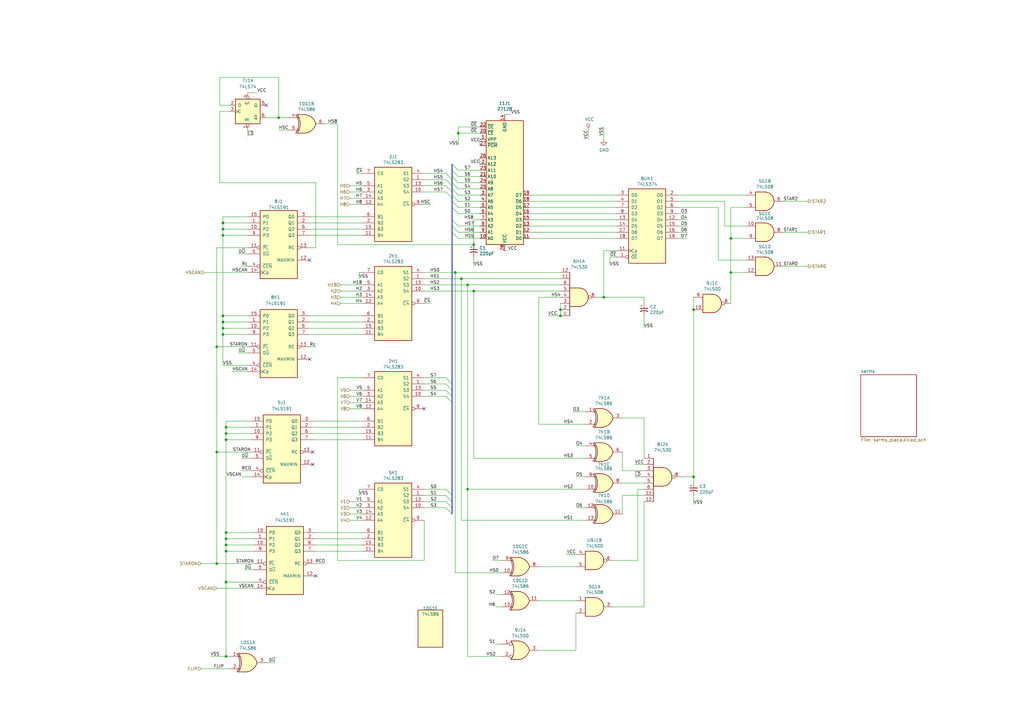
<source format=kicad_sch>
(kicad_sch (version 20211123) (generator eeschema)
  (paper "A3")
  (title_block (title "STAR CIRCUIT") (date "2021-12-09") (rev "José Tejada ") (company "JOTEGO") (comment 1 "CAPCOM") (comment 2 "Drawn: JOTEGO"))
  (lib_symbols
    (symbol "Device:CP1_Small" (pin_numbers hide) (pin_names (offset 0.254) hide)
      (property "Reference" "C" (at 0.254 1.778 0))
      (property "Value" "CP1_Small" (at 0.254 -2.032 0))
      (symbol "CP1_Small_1_1"
        (pin passive line (at 0 2.54 270) (length 2.032) (name "~") (number "1"))
        (pin passive line (at 0 -2.54 90) (length 2.032) (name "~") (number "2"))
      )
    )
    (symbol "Memory_EPROM:27128"
      (property "Reference" "U" (at -7.62 26.67 0))
      (property "Value" "27128" (at 2.54 -26.67 0))
      (symbol "27128_1_1"
        (pin input line (at -10.16 -17.78 0) (length 2.54) (name "VPP") (number "1"))
        (pin input line (at -10.16 22.86 0) (length 2.54) (name "A0") (number "10"))
        (pin tri_state line (at 10.16 22.86 180) (length 2.54) (name "D0") (number "11"))
        (pin tri_state line (at 10.16 20.32 180) (length 2.54) (name "D1") (number "12"))
        (pin tri_state line (at 10.16 17.78 180) (length 2.54) (name "D2") (number "13"))
        (pin power_in line (at 0 -27.94 90) (length 2.54) (name "GND") (number "14"))
        (pin tri_state line (at 10.16 15.24 180) (length 2.54) (name "D3") (number "15"))
        (pin tri_state line (at 10.16 12.7 180) (length 2.54) (name "D4") (number "16"))
        (pin tri_state line (at 10.16 10.16 180) (length 2.54) (name "D5") (number "17"))
        (pin tri_state line (at 10.16 7.62 180) (length 2.54) (name "D6") (number "18"))
        (pin tri_state line (at 10.16 5.08 180) (length 2.54) (name "D7") (number "19"))
        (pin input line (at -10.16 -7.62 0) (length 2.54) (name "A12") (number "2"))
        (pin input line (at -10.16 -20.32 0) (length 2.54) (name "~{CE}") (number "20"))
        (pin input line (at -10.16 -2.54 0) (length 2.54) (name "A10") (number "21"))
        (pin input line (at -10.16 -22.86 0) (length 2.54) (name "~{OE}") (number "22"))
        (pin input line (at -10.16 -5.08 0) (length 2.54) (name "A11") (number "23"))
        (pin input line (at -10.16 0 0) (length 2.54) (name "A9") (number "24"))
        (pin input line (at -10.16 2.54 0) (length 2.54) (name "A8") (number "25"))
        (pin input line (at -10.16 -10.16 0) (length 2.54) (name "A13") (number "26"))
        (pin input line (at -10.16 -15.24 0) (length 2.54) (name "~{PGM}") (number "27"))
        (pin power_in line (at 0 27.94 270) (length 2.54) (name "VCC") (number "28"))
        (pin input line (at -10.16 5.08 0) (length 2.54) (name "A7") (number "3"))
        (pin input line (at -10.16 7.62 0) (length 2.54) (name "A6") (number "4"))
        (pin input line (at -10.16 10.16 0) (length 2.54) (name "A5") (number "5"))
        (pin input line (at -10.16 12.7 0) (length 2.54) (name "A4") (number "6"))
        (pin input line (at -10.16 15.24 0) (length 2.54) (name "A3") (number "7"))
        (pin input line (at -10.16 17.78 0) (length 2.54) (name "A2") (number "8"))
        (pin input line (at -10.16 20.32 0) (length 2.54) (name "A1") (number "9"))
      )
    )
    (symbol "jt74:74LS00" (pin_names (offset 1.016))
      (property "Reference" "U" (at 0 1.27 0))
      (property "Value" "jt74_74LS00" (at 0 -1.27 0))
      (symbol "74LS00_1_1"
        (pin input line (at -7.62 2.54 0) (length 3.81) (name "~") (number "1"))
        (pin input line (at -7.62 -2.54 0) (length 3.81) (name "~") (number "2"))
        (pin output inverted (at 7.62 0 180) (length 3.81) (name "~") (number "3"))
      )
      (symbol "74LS00_1_2"
        (pin input inverted (at -7.62 2.54 0) (length 4.318) (name "~") (number "1"))
        (pin input inverted (at -7.62 -2.54 0) (length 4.318) (name "~") (number "2"))
        (pin output line (at 7.62 0 180) (length 3.81) (name "~") (number "3"))
      )
      (symbol "74LS00_2_1"
        (pin input line (at -7.62 2.54 0) (length 3.81) (name "~") (number "4"))
        (pin input line (at -7.62 -2.54 0) (length 3.81) (name "~") (number "5"))
        (pin output inverted (at 7.62 0 180) (length 3.81) (name "~") (number "6"))
      )
      (symbol "74LS00_2_2"
        (pin input inverted (at -7.62 2.54 0) (length 4.318) (name "~") (number "4"))
        (pin input inverted (at -7.62 -2.54 0) (length 4.318) (name "~") (number "5"))
        (pin output line (at 7.62 0 180) (length 3.81) (name "~") (number "6"))
      )
      (symbol "74LS00_3_1"
        (pin input line (at -7.62 -2.54 0) (length 3.81) (name "~") (number "10"))
        (pin output inverted (at 7.62 0 180) (length 3.81) (name "~") (number "8"))
        (pin input line (at -7.62 2.54 0) (length 3.81) (name "~") (number "9"))
      )
      (symbol "74LS00_3_2"
        (pin input inverted (at -7.62 -2.54 0) (length 4.318) (name "~") (number "10"))
        (pin output line (at 7.62 0 180) (length 3.81) (name "~") (number "8"))
        (pin input inverted (at -7.62 2.54 0) (length 4.318) (name "~") (number "9"))
      )
      (symbol "74LS00_4_1"
        (pin output inverted (at 7.62 0 180) (length 3.81) (name "~") (number "11"))
        (pin input line (at -7.62 2.54 0) (length 3.81) (name "~") (number "12"))
        (pin input line (at -7.62 -2.54 0) (length 3.81) (name "~") (number "13"))
      )
      (symbol "74LS00_4_2"
        (pin output line (at 7.62 0 180) (length 3.81) (name "~") (number "11"))
        (pin input inverted (at -7.62 2.54 0) (length 4.318) (name "~") (number "12"))
        (pin input inverted (at -7.62 -2.54 0) (length 4.318) (name "~") (number "13"))
      )
      (symbol "74LS00_5_0"
        (pin input line (at 0 12.7 270) (length 5.08) hide (name "VCC") (number "14"))
        (pin input line (at 0 -12.7 90) (length 5.08) hide (name "GND") (number "7"))
      )
    )
    (symbol "jt74:74LS08" (pin_names (offset 1.016))
      (property "Reference" "U" (at 0 1.27 0))
      (property "Value" "jt74_74LS08" (at 0 -1.27 0))
      (symbol "74LS08_1_1"
        (pin input line (at -7.62 2.54 0) (length 3.81) (name "~") (number "1"))
        (pin input line (at -7.62 -2.54 0) (length 3.81) (name "~") (number "2"))
        (pin output line (at 7.62 0 180) (length 3.81) (name "~") (number "3"))
      )
      (symbol "74LS08_1_2"
        (pin input inverted (at -7.62 2.54 0) (length 4.318) (name "~") (number "1"))
        (pin input inverted (at -7.62 -2.54 0) (length 4.318) (name "~") (number "2"))
        (pin output inverted (at 7.62 0 180) (length 3.81) (name "~") (number "3"))
      )
      (symbol "74LS08_2_1"
        (pin input line (at -7.62 2.54 0) (length 3.81) (name "~") (number "4"))
        (pin input line (at -7.62 -2.54 0) (length 3.81) (name "~") (number "5"))
        (pin output line (at 7.62 0 180) (length 3.81) (name "~") (number "6"))
      )
      (symbol "74LS08_2_2"
        (pin input inverted (at -7.62 2.54 0) (length 4.318) (name "~") (number "4"))
        (pin input inverted (at -7.62 -2.54 0) (length 4.318) (name "~") (number "5"))
        (pin output inverted (at 7.62 0 180) (length 3.81) (name "~") (number "6"))
      )
      (symbol "74LS08_3_1"
        (pin input line (at -7.62 -2.54 0) (length 3.81) (name "~") (number "10"))
        (pin output line (at 7.62 0 180) (length 3.81) (name "~") (number "8"))
        (pin input line (at -7.62 2.54 0) (length 3.81) (name "~") (number "9"))
      )
      (symbol "74LS08_3_2"
        (pin input inverted (at -7.62 -2.54 0) (length 4.318) (name "~") (number "10"))
        (pin output inverted (at 7.62 0 180) (length 3.81) (name "~") (number "8"))
        (pin input inverted (at -7.62 2.54 0) (length 4.318) (name "~") (number "9"))
      )
      (symbol "74LS08_4_1"
        (pin output line (at 7.62 0 180) (length 3.81) (name "~") (number "11"))
        (pin input line (at -7.62 2.54 0) (length 3.81) (name "~") (number "12"))
        (pin input line (at -7.62 -2.54 0) (length 3.81) (name "~") (number "13"))
      )
      (symbol "74LS08_4_2"
        (pin output inverted (at 7.62 0 180) (length 3.81) (name "~") (number "11"))
        (pin input inverted (at -7.62 2.54 0) (length 4.318) (name "~") (number "12"))
        (pin input inverted (at -7.62 -2.54 0) (length 4.318) (name "~") (number "13"))
      )
      (symbol "74LS08_5_0"
        (pin input line (at 0 12.7 270) (length 5.08) hide (name "VCC") (number "14"))
        (pin input line (at 0 -12.7 90) (length 5.08) hide (name "GND") (number "7"))
      )
    )
    (symbol "jt74:74LS191" (pin_names (offset 1.016))
      (property "Reference" "U" (at -7.62 13.97 0))
      (property "Value" "jt74_74LS191" (at -7.62 -16.51 0))
      (symbol "74LS191_1_0"
        (pin input line (at -12.7 7.62 0) (length 5.08) (name "P1") (number "1"))
        (pin input line (at -12.7 5.08 0) (length 5.08) (name "P2") (number "10"))
        (pin input inverted (at -12.7 -2.54 0) (length 5.08) (name "~{PL}") (number "11"))
        (pin output line (at 12.7 -7.62 180) (length 5.08) (name "MAXMIN") (number "12"))
        (pin output inverted (at 12.7 -2.54 180) (length 5.08) (name "RC") (number "13"))
        (pin input clock (at -12.7 -12.7 0) (length 5.08) (name "Cp") (number "14"))
        (pin input line (at -12.7 10.16 0) (length 5.08) (name "P0") (number "15"))
        (pin input line (at 0 17.78 270) (length 5.08) hide (name "VCC") (number "16"))
        (pin output line (at 12.7 7.62 180) (length 5.08) (name "Q1") (number "2"))
        (pin output line (at 12.7 10.16 180) (length 5.08) (name "Q0") (number "3"))
        (pin input inverted (at -12.7 -10.16 0) (length 5.08) (name "~{CEN}") (number "4"))
        (pin input line (at -12.7 -5.08 0) (length 5.08) (name "D~{U}") (number "5"))
        (pin output line (at 12.7 5.08 180) (length 5.08) (name "Q2") (number "6"))
        (pin output line (at 12.7 2.54 180) (length 5.08) (name "Q3") (number "7"))
        (pin input line (at 0 -20.32 90) (length 5.08) hide (name "GND") (number "8"))
        (pin input line (at -12.7 2.54 0) (length 5.08) (name "P3") (number "9"))
      )
    )
    (symbol "jt74:74LS283" (pin_names (offset 1.016))
      (property "Reference" "U" (at 0 -5.08 0))
      (property "Value" "jt74_74LS283" (at 1.27 -7.62 0))
      (symbol "74LS283_1_0"
        (pin output line (at 12.7 10.16 180) (length 5.08) (name "S2") (number "1"))
        (pin output line (at 12.7 5.08 180) (length 5.08) (name "S4") (number "10"))
        (pin input line (at -12.7 -12.7 0) (length 5.08) (name "B4") (number "11"))
        (pin input line (at -12.7 0 0) (length 5.08) (name "A4") (number "12"))
        (pin output line (at 12.7 7.62 180) (length 5.08) (name "S3") (number "13"))
        (pin input line (at -12.7 2.54 0) (length 5.08) (name "A3") (number "14"))
        (pin input line (at -12.7 -10.16 0) (length 5.08) (name "B3") (number "15"))
        (pin input line (at -12.7 -7.62 0) (length 5.08) (name "B2") (number "2"))
        (pin input line (at -12.7 5.08 0) (length 5.08) (name "A2") (number "3"))
        (pin output line (at 12.7 12.7 180) (length 5.08) (name "S1") (number "4"))
        (pin input line (at -12.7 7.62 0) (length 5.08) (name "A1") (number "5"))
        (pin input line (at -12.7 -5.08 0) (length 5.08) (name "B1") (number "6"))
        (pin input line (at -12.7 12.7 0) (length 5.08) (name "C0") (number "7"))
        (pin output inverted (at 12.7 0 180) (length 5.08) (name "~{C4}") (number "9"))
      )
    )
    (symbol "jt74:74LS30" (pin_names (offset 1.016))
      (property "Reference" "U" (at 0 1.27 0))
      (property "Value" "jt74_74LS30" (at 0 -1.27 0))
      (symbol "74LS30_1_1"
        (pin input line (at -7.62 7.62 0) (length 3.81) (name "~") (number "1"))
        (pin input line (at -7.62 -7.62 0) (length 3.81) (name "~") (number "11"))
        (pin input line (at -7.62 -10.16 0) (length 3.81) (name "~") (number "12"))
        (pin input line (at -7.62 5.08 0) (length 3.81) (name "~") (number "2"))
        (pin input line (at -7.62 2.54 0) (length 3.81) (name "~") (number "3"))
        (pin input line (at -7.62 0 0) (length 3.81) (name "~") (number "4"))
        (pin input line (at -7.62 -2.54 0) (length 3.81) (name "~") (number "5"))
        (pin input line (at -7.62 -5.08 0) (length 3.81) (name "~") (number "6"))
        (pin output inverted (at 7.62 0 180) (length 3.81) (name "~") (number "8"))
      )
      (symbol "74LS30_1_2"
        (pin input inverted (at -7.62 7.62 0) (length 3.81) (name "~") (number "1"))
        (pin input inverted (at -7.62 -7.62 0) (length 3.81) (name "~") (number "11"))
        (pin input inverted (at -7.62 -10.16 0) (length 3.81) (name "~") (number "12"))
        (pin input inverted (at -7.62 5.08 0) (length 3.81) (name "~") (number "2"))
        (pin input inverted (at -7.62 2.54 0) (length 4.5466) (name "~") (number "3"))
        (pin input inverted (at -7.62 0 0) (length 5.08) (name "~") (number "4"))
        (pin input inverted (at -7.62 -2.54 0) (length 4.5466) (name "~") (number "5"))
        (pin input inverted (at -7.62 -5.08 0) (length 3.81) (name "~") (number "6"))
        (pin output line (at 7.62 0 180) (length 3.81) (name "~") (number "8"))
      )
      (symbol "74LS30_2_0"
        (pin input line (at 0 12.7 270) (length 5.08) hide (name "VCC") (number "14"))
        (pin input line (at 0 -12.7 90) (length 5.08) hide (name "GND") (number "7"))
      )
    )
    (symbol "jt74:74LS374" (pin_names (offset 1.016))
      (property "Reference" "U" (at 0 1.27 0))
      (property "Value" "jt74_74LS374" (at 2.54 -13.97 0))
      (symbol "74LS374_1_0"
        (pin input inverted (at -12.7 -12.7 0) (length 5.08) (name "~{OE}") (number "1"))
        (pin input clock (at -12.7 -10.16 0) (length 5.08) (name "Cp") (number "11"))
        (pin tri_state line (at 12.7 2.54 180) (length 5.08) (name "O4") (number "12"))
        (pin input line (at -12.7 2.54 0) (length 5.08) (name "D4") (number "13"))
        (pin input line (at -12.7 0 0) (length 5.08) (name "D5") (number "14"))
        (pin tri_state line (at 12.7 0 180) (length 5.08) (name "O5") (number "15"))
        (pin tri_state line (at 12.7 -2.54 180) (length 5.08) (name "O6") (number "16"))
        (pin input line (at -12.7 -2.54 0) (length 5.08) (name "D6") (number "17"))
        (pin input line (at -12.7 -5.08 0) (length 5.08) (name "D7") (number "18"))
        (pin tri_state line (at 12.7 -5.08 180) (length 5.08) (name "O7") (number "19"))
        (pin tri_state line (at 12.7 12.7 180) (length 5.08) (name "O0") (number "2"))
        (pin input line (at -12.7 12.7 0) (length 5.08) (name "D0") (number "3"))
        (pin input line (at -12.7 10.16 0) (length 5.08) (name "D1") (number "4"))
        (pin tri_state line (at 12.7 10.16 180) (length 5.08) (name "O1") (number "5"))
        (pin tri_state line (at 12.7 7.62 180) (length 5.08) (name "O2") (number "6"))
        (pin input line (at -12.7 7.62 0) (length 5.08) (name "D2") (number "7"))
        (pin input line (at -12.7 5.08 0) (length 5.08) (name "D3") (number "8"))
        (pin tri_state line (at 12.7 5.08 180) (length 5.08) (name "O3") (number "9"))
      )
    )
    (symbol "jt74:74LS74" (pin_names (offset 1.016))
      (property "Reference" "U" (at -7.62 8.89 0))
      (property "Value" "jt74_74LS74" (at -7.62 -8.89 0))
      (symbol "74LS74_1_0"
        (pin input inverted (at 0 -7.62 90) (length 2.54) (name "~{R}") (number "1"))
        (pin input line (at -7.62 2.54 0) (length 2.54) (name "D") (number "2"))
        (pin input clock (at -7.62 0 0) (length 2.54) (name "C") (number "3"))
        (pin input inverted (at 0 7.62 270) (length 2.54) (name "~{S}") (number "4"))
        (pin output line (at 7.62 2.54 180) (length 2.54) (name "Q") (number "5"))
        (pin output line (at 7.62 -2.54 180) (length 2.54) (name "~{Q}") (number "6"))
      )
      (symbol "74LS74_2_0"
        (pin input line (at 0 7.62 270) (length 2.54) (name "~{S}") (number "10"))
        (pin input clock (at -7.62 0 0) (length 2.54) (name "C") (number "11"))
        (pin input line (at -7.62 2.54 0) (length 2.54) (name "D") (number "12"))
        (pin input line (at 0 -7.62 90) (length 2.54) (name "~{R}") (number "13"))
        (pin output line (at 7.62 -2.54 180) (length 2.54) (name "~{Q}") (number "8"))
        (pin output line (at 7.62 2.54 180) (length 2.54) (name "Q") (number "9"))
      )
      (symbol "74LS74_3_0"
        (pin input line (at 0 10.16 270) (length 2.54) hide (name "VCC") (number "14"))
        (pin input line (at 0 -10.16 90) (length 2.54) hide (name "GND") (number "7"))
      )
    )
    (symbol "jt74:74LS86" (pin_names (offset 1.016))
      (property "Reference" "U" (at 0 1.27 0))
      (property "Value" "jt74_74LS86" (at 0 -1.27 0))
      (symbol "74LS86_1_0"
        (pin input line (at -7.62 2.54 0) (length 4.445) (name "~") (number "1"))
        (pin input line (at -7.62 -2.54 0) (length 4.445) (name "~") (number "2"))
        (pin output line (at 7.62 0 180) (length 3.81) (name "~") (number "3"))
      )
      (symbol "74LS86_2_0"
        (pin input line (at -7.62 2.54 0) (length 4.445) (name "~") (number "4"))
        (pin input line (at -7.62 -2.54 0) (length 4.445) (name "~") (number "5"))
        (pin output line (at 7.62 0 180) (length 3.81) (name "~") (number "6"))
      )
      (symbol "74LS86_3_0"
        (pin input line (at -7.62 -2.54 0) (length 4.445) (name "~") (number "10"))
        (pin output line (at 7.62 0 180) (length 3.81) (name "~") (number "8"))
        (pin input line (at -7.62 2.54 0) (length 4.445) (name "~") (number "9"))
      )
      (symbol "74LS86_4_0"
        (pin output line (at 7.62 0 180) (length 3.81) (name "~") (number "11"))
        (pin input line (at -7.62 2.54 0) (length 4.445) (name "~") (number "12"))
        (pin input line (at -7.62 -2.54 0) (length 4.445) (name "~") (number "13"))
      )
      (symbol "74LS86_5_0"
        (pin input line (at 0 12.7 270) (length 5.08) hide (name "VCC") (number "14"))
        (pin input line (at 0 -12.7 90) (length 5.08) hide (name "GND") (number "7"))
      )
    )
    (symbol "power:GND" (power) (pin_names (offset 0))
      (property "Value" "GND" (at 0 -3.81 0))
      (symbol "GND_1_1"
        (pin power_in line (at 0 0 270) (length 0) hide (name "GND") (number "1"))
      )
    )
    (symbol "power:VCC" (power) (pin_names (offset 0))
      (property "Value" "VCC" (at 0 3.81 0))
      (symbol "VCC_1_1"
        (pin power_in line (at 0 0 90) (length 0) hide (name "VCC") (number "1"))
      )
    )
  )
  (junction (at 229.87 127))
  (junction (at 191.77 116.84))
  (junction (at 88.9 142.24))
  (junction (at 299.72 111.76))
  (junction (at 194.31 100.33))
  (junction (at 91.44 134.62))
  (junction (at 91.44 132.08))
  (junction (at 91.44 137.16))
  (junction (at 187.96 54.61))
  (junction (at 229.87 129.54))
  (junction (at 247.65 121.92))
  (junction (at 92.71 220.98))
  (junction (at 284.48 127))
  (junction (at 186.69 111.76))
  (junction (at 92.71 218.44))
  (junction (at 91.44 91.44))
  (junction (at 299.72 97.79))
  (junction (at 284.48 195.58))
  (junction (at 91.44 96.52))
  (junction (at 191.77 200.66))
  (junction (at 92.71 180.34))
  (junction (at 92.71 223.52))
  (junction (at 91.44 129.54))
  (junction (at 91.44 93.98))
  (junction (at 92.71 177.8))
  (junction (at 88.9 231.14))
  (junction (at 92.71 175.26))
  (junction (at 92.71 226.06))
  (junction (at 92.71 238.76))
  (junction (at 189.23 114.3))
  (junction (at 88.9 185.42))
  (junction (at 114.3 48.26))
  (junction (at 194.31 119.38))
  (junction (at 92.71 269.24))
  (no_connect (at 129.54 236.22))
  (no_connect (at 109.22 43.18))
  (no_connect (at 128.27 185.42))
  (no_connect (at 173.99 167.64))
  (no_connect (at 127 106.68))
  (no_connect (at 127 147.32))
  (no_connect (at 128.27 190.5))
  (bus_entry (at 185.42 82.55) (size 2.54 2.54))
  (bus_entry (at 185.42 160.02) (size -2.54 -2.54))
  (bus_entry (at 185.42 81.28) (size -2.54 -2.54))
  (bus_entry (at 185.42 74.93) (size 2.54 2.54))
  (bus_entry (at 185.42 157.48) (size -2.54 -2.54))
  (bus_entry (at 185.42 73.66) (size -2.54 -2.54))
  (bus_entry (at 185.42 205.74) (size -2.54 -2.54))
  (bus_entry (at 185.42 77.47) (size 2.54 2.54))
  (bus_entry (at 185.42 67.31) (size 2.54 2.54))
  (bus_entry (at 185.42 162.56) (size -2.54 -2.54))
  (bus_entry (at 185.42 76.2) (size -2.54 -2.54))
  (bus_entry (at 185.42 203.2) (size -2.54 -2.54))
  (bus_entry (at 185.42 208.28) (size -2.54 -2.54))
  (bus_entry (at 185.42 95.25) (size 2.54 2.54))
  (bus_entry (at 185.42 92.71) (size 2.54 2.54))
  (bus_entry (at 185.42 210.82) (size -2.54 -2.54))
  (bus_entry (at 185.42 80.01) (size 2.54 2.54))
  (bus_entry (at 185.42 90.17) (size 2.54 2.54))
  (bus_entry (at 185.42 165.1) (size -2.54 -2.54))
  (bus_entry (at 185.42 85.09) (size 2.54 2.54))
  (bus_entry (at 185.42 72.39) (size 2.54 2.54))
  (bus_entry (at 185.42 69.85) (size 2.54 2.54))
  (bus_entry (at 185.42 78.74) (size -2.54 -2.54))
  (wire (pts (xy 133.35 50.8) (xy 138.43 50.8)))
  (wire (pts (xy 264.16 200.66) (xy 261.62 200.66)))
  (wire (pts (xy 217.17 92.71) (xy 252.73 92.71)))
  (wire (pts (xy 284.48 121.92) (xy 284.48 127)))
  (wire (pts (xy 247.65 121.92) (xy 264.16 121.92)))
  (wire (pts (xy 187.96 69.85) (xy 196.85 69.85)))
  (wire (pts (xy 194.31 187.96) (xy 194.31 119.38)))
  (bus (pts (xy 185.42 67.31) (xy 185.42 69.85)))
  (wire (pts (xy 284.48 203.2) (xy 284.48 207.01)))
  (wire (pts (xy 101.6 91.44) (xy 91.44 91.44)))
  (wire (pts (xy 92.71 218.44) (xy 92.71 220.98)))
  (wire (pts (xy 255.27 171.45) (xy 264.16 171.45)))
  (wire (pts (xy 88.9 142.24) (xy 88.9 101.6)))
  (wire (pts (xy 101.6 104.14) (xy 97.79 104.14)))
  (wire (pts (xy 143.51 76.2) (xy 148.59 76.2)))
  (wire (pts (xy 139.7 121.92) (xy 148.59 121.92)))
  (wire (pts (xy 93.98 45.72) (xy 90.17 45.72)))
  (wire (pts (xy 148.59 154.94) (xy 138.43 154.94)))
  (wire (pts (xy 102.87 177.8) (xy 92.71 177.8)))
  (bus (pts (xy 185.42 90.17) (xy 185.42 92.71)))
  (wire (pts (xy 189.23 114.3) (xy 229.87 114.3)))
  (wire (pts (xy 91.44 88.9) (xy 91.44 91.44)))
  (wire (pts (xy 247.65 102.87) (xy 247.65 121.92)))
  (wire (pts (xy 236.22 182.88) (xy 240.03 182.88)))
  (wire (pts (xy 217.17 87.63) (xy 252.73 87.63)))
  (wire (pts (xy 129.54 223.52) (xy 148.59 223.52)))
  (wire (pts (xy 114.3 48.26) (xy 109.22 48.26)))
  (wire (pts (xy 247.65 57.15) (xy 247.65 52.07)))
  (bus (pts (xy 185.42 80.01) (xy 185.42 81.28)))
  (wire (pts (xy 196.85 67.31) (xy 196.85 64.77)))
  (wire (pts (xy 143.51 167.64) (xy 148.59 167.64)))
  (wire (pts (xy 91.44 129.54) (xy 91.44 132.08)))
  (wire (pts (xy 182.88 203.2) (xy 173.99 203.2)))
  (wire (pts (xy 102.87 195.58) (xy 99.06 195.58)))
  (wire (pts (xy 182.88 160.02) (xy 173.99 160.02)))
  (wire (pts (xy 102.87 172.72) (xy 92.71 172.72)))
  (wire (pts (xy 90.17 74.93) (xy 129.54 74.93)))
  (wire (pts (xy 264.16 129.54) (xy 264.16 134.62)))
  (wire (pts (xy 182.88 73.66) (xy 173.99 73.66)))
  (wire (pts (xy 191.77 200.66) (xy 191.77 269.24)))
  (wire (pts (xy 173.99 229.87) (xy 173.99 213.36)))
  (wire (pts (xy 250.19 105.41) (xy 250.19 109.22)))
  (wire (pts (xy 187.96 74.93) (xy 196.85 74.93)))
  (bus (pts (xy 185.42 92.71) (xy 185.42 95.25)))
  (bus (pts (xy 185.42 160.02) (xy 185.42 162.56)))
  (wire (pts (xy 92.71 175.26) (xy 92.71 177.8)))
  (wire (pts (xy 147.32 111.76) (xy 148.59 111.76)))
  (wire (pts (xy 139.7 119.38) (xy 148.59 119.38)))
  (wire (pts (xy 196.85 90.17) (xy 194.31 90.17)))
  (wire (pts (xy 186.69 111.76) (xy 229.87 111.76)))
  (wire (pts (xy 278.13 97.79) (xy 281.94 97.79)))
  (wire (pts (xy 91.44 132.08) (xy 91.44 134.62)))
  (wire (pts (xy 88.9 142.24) (xy 101.6 142.24)))
  (wire (pts (xy 102.87 193.04) (xy 99.06 193.04)))
  (wire (pts (xy 143.51 81.28) (xy 148.59 81.28)))
  (wire (pts (xy 187.96 72.39) (xy 196.85 72.39)))
  (wire (pts (xy 91.44 137.16) (xy 91.44 149.86)))
  (wire (pts (xy 101.6 93.98) (xy 91.44 93.98)))
  (wire (pts (xy 139.7 116.84) (xy 148.59 116.84)))
  (wire (pts (xy 82.55 231.14) (xy 88.9 231.14)))
  (wire (pts (xy 91.44 149.86) (xy 101.6 149.86)))
  (wire (pts (xy 101.6 53.34) (xy 101.6 55.88)))
  (wire (pts (xy 182.88 208.28) (xy 173.99 208.28)))
  (wire (pts (xy 187.96 54.61) (xy 187.96 59.69)))
  (wire (pts (xy 321.31 82.55) (xy 331.47 82.55)))
  (wire (pts (xy 234.95 168.91) (xy 240.03 168.91)))
  (wire (pts (xy 278.13 90.17) (xy 281.94 90.17)))
  (bus (pts (xy 185.42 76.2) (xy 185.42 77.47)))
  (wire (pts (xy 236.22 266.7) (xy 220.98 266.7)))
  (wire (pts (xy 143.51 205.74) (xy 148.59 205.74)))
  (wire (pts (xy 255.27 185.42) (xy 255.27 193.04)))
  (wire (pts (xy 182.88 157.48) (xy 173.99 157.48)))
  (wire (pts (xy 278.13 95.25) (xy 281.94 95.25)))
  (wire (pts (xy 114.3 53.34) (xy 118.11 53.34)))
  (wire (pts (xy 187.96 87.63) (xy 196.85 87.63)))
  (wire (pts (xy 264.16 121.92) (xy 264.16 124.46)))
  (wire (pts (xy 220.98 173.99) (xy 240.03 173.99)))
  (wire (pts (xy 284.48 127) (xy 284.48 195.58)))
  (wire (pts (xy 255.27 198.12) (xy 264.16 198.12)))
  (wire (pts (xy 128.27 175.26) (xy 148.59 175.26)))
  (wire (pts (xy 187.96 92.71) (xy 196.85 92.71)))
  (wire (pts (xy 147.32 111.76) (xy 147.32 114.3)))
  (wire (pts (xy 207.01 46.99) (xy 209.55 46.99)))
  (wire (pts (xy 92.71 220.98) (xy 92.71 223.52)))
  (wire (pts (xy 91.44 134.62) (xy 101.6 134.62)))
  (wire (pts (xy 102.87 175.26) (xy 92.71 175.26)))
  (bus (pts (xy 185.42 203.2) (xy 185.42 205.74)))
  (wire (pts (xy 220.98 121.92) (xy 229.87 121.92)))
  (wire (pts (xy 129.54 101.6) (xy 127 101.6)))
  (wire (pts (xy 240.03 187.96) (xy 194.31 187.96)))
  (wire (pts (xy 104.14 220.98) (xy 92.71 220.98)))
  (wire (pts (xy 148.59 200.66) (xy 147.32 200.66)))
  (wire (pts (xy 127 134.62) (xy 148.59 134.62)))
  (bus (pts (xy 185.42 78.74) (xy 185.42 80.01)))
  (wire (pts (xy 203.2 248.92) (xy 205.74 248.92)))
  (bus (pts (xy 185.42 165.1) (xy 185.42 203.2)))
  (wire (pts (xy 278.13 82.55) (xy 297.18 82.55)))
  (wire (pts (xy 101.6 96.52) (xy 91.44 96.52)))
  (bus (pts (xy 185.42 81.28) (xy 185.42 82.55)))
  (wire (pts (xy 187.96 97.79) (xy 196.85 97.79)))
  (wire (pts (xy 104.14 238.76) (xy 92.71 238.76)))
  (wire (pts (xy 104.14 218.44) (xy 92.71 218.44)))
  (wire (pts (xy 264.16 205.74) (xy 264.16 248.92)))
  (wire (pts (xy 143.51 162.56) (xy 148.59 162.56)))
  (wire (pts (xy 236.22 227.33) (xy 232.41 227.33)))
  (wire (pts (xy 229.87 127) (xy 229.87 129.54)))
  (wire (pts (xy 102.87 187.96) (xy 99.06 187.96)))
  (wire (pts (xy 205.74 234.95) (xy 186.69 234.95)))
  (bus (pts (xy 185.42 95.25) (xy 185.42 157.48)))
  (wire (pts (xy 278.13 92.71) (xy 281.94 92.71)))
  (wire (pts (xy 182.88 76.2) (xy 173.99 76.2)))
  (wire (pts (xy 220.98 121.92) (xy 220.98 173.99)))
  (wire (pts (xy 92.71 226.06) (xy 92.71 238.76)))
  (wire (pts (xy 194.31 100.33) (xy 138.43 100.33)))
  (wire (pts (xy 299.72 111.76) (xy 299.72 124.46)))
  (wire (pts (xy 173.99 119.38) (xy 194.31 119.38)))
  (wire (pts (xy 138.43 229.87) (xy 173.99 229.87)))
  (wire (pts (xy 207.01 102.87) (xy 208.28 102.87)))
  (wire (pts (xy 101.6 144.78) (xy 97.79 144.78)))
  (wire (pts (xy 127 132.08) (xy 148.59 132.08)))
  (wire (pts (xy 127 88.9) (xy 148.59 88.9)))
  (wire (pts (xy 127 137.16) (xy 148.59 137.16)))
  (wire (pts (xy 203.2 264.16) (xy 205.74 264.16)))
  (wire (pts (xy 294.64 106.68) (xy 294.64 85.09)))
  (wire (pts (xy 95.25 152.4) (xy 101.6 152.4)))
  (bus (pts (xy 185.42 77.47) (xy 185.42 78.74)))
  (wire (pts (xy 91.44 132.08) (xy 101.6 132.08)))
  (wire (pts (xy 217.17 85.09) (xy 252.73 85.09)))
  (wire (pts (xy 92.71 223.52) (xy 92.71 226.06)))
  (wire (pts (xy 264.16 171.45) (xy 264.16 187.96)))
  (wire (pts (xy 306.07 97.79) (xy 299.72 97.79)))
  (wire (pts (xy 88.9 241.3) (xy 104.14 241.3)))
  (wire (pts (xy 129.54 142.24) (xy 127 142.24)))
  (wire (pts (xy 88.9 185.42) (xy 102.87 185.42)))
  (wire (pts (xy 217.17 90.17) (xy 252.73 90.17)))
  (wire (pts (xy 187.96 82.55) (xy 196.85 82.55)))
  (wire (pts (xy 114.3 48.26) (xy 118.11 48.26)))
  (wire (pts (xy 92.71 269.24) (xy 93.98 269.24)))
  (wire (pts (xy 260.35 190.5) (xy 264.16 190.5)))
  (wire (pts (xy 138.43 100.33) (xy 138.43 50.8)))
  (wire (pts (xy 236.22 208.28) (xy 240.03 208.28)))
  (wire (pts (xy 128.27 177.8) (xy 148.59 177.8)))
  (wire (pts (xy 194.31 119.38) (xy 229.87 119.38)))
  (wire (pts (xy 299.72 111.76) (xy 306.07 111.76)))
  (wire (pts (xy 91.44 134.62) (xy 91.44 137.16)))
  (wire (pts (xy 279.4 195.58) (xy 284.48 195.58)))
  (wire (pts (xy 90.17 31.75) (xy 114.3 31.75)))
  (wire (pts (xy 229.87 124.46) (xy 229.87 127)))
  (bus (pts (xy 185.42 73.66) (xy 185.42 74.93)))
  (wire (pts (xy 299.72 97.79) (xy 299.72 111.76)))
  (wire (pts (xy 139.7 124.46) (xy 148.59 124.46)))
  (wire (pts (xy 129.54 218.44) (xy 148.59 218.44)))
  (wire (pts (xy 92.71 238.76) (xy 92.71 269.24)))
  (wire (pts (xy 217.17 95.25) (xy 252.73 95.25)))
  (wire (pts (xy 90.17 43.18) (xy 90.17 31.75)))
  (wire (pts (xy 86.36 269.24) (xy 92.71 269.24)))
  (wire (pts (xy 194.31 90.17) (xy 194.31 100.33)))
  (wire (pts (xy 203.2 243.84) (xy 205.74 243.84)))
  (wire (pts (xy 91.44 96.52) (xy 91.44 129.54)))
  (wire (pts (xy 194.31 105.41) (xy 194.31 109.22)))
  (bus (pts (xy 185.42 82.55) (xy 185.42 85.09)))
  (wire (pts (xy 143.51 165.1) (xy 148.59 165.1)))
  (wire (pts (xy 240.03 200.66) (xy 191.77 200.66)))
  (wire (pts (xy 101.6 88.9) (xy 91.44 88.9)))
  (wire (pts (xy 92.71 172.72) (xy 92.71 175.26)))
  (wire (pts (xy 176.53 124.46) (xy 173.99 124.46)))
  (wire (pts (xy 101.6 109.22) (xy 99.06 109.22)))
  (wire (pts (xy 127 96.52) (xy 148.59 96.52)))
  (wire (pts (xy 217.17 80.01) (xy 252.73 80.01)))
  (wire (pts (xy 187.96 52.07) (xy 196.85 52.07)))
  (bus (pts (xy 185.42 85.09) (xy 185.42 90.17)))
  (wire (pts (xy 252.73 105.41) (xy 250.19 105.41)))
  (wire (pts (xy 264.16 203.2) (xy 255.27 203.2)))
  (wire (pts (xy 191.77 116.84) (xy 229.87 116.84)))
  (wire (pts (xy 182.88 162.56) (xy 173.99 162.56)))
  (wire (pts (xy 129.54 226.06) (xy 148.59 226.06)))
  (wire (pts (xy 173.99 111.76) (xy 186.69 111.76)))
  (wire (pts (xy 91.44 137.16) (xy 101.6 137.16)))
  (wire (pts (xy 88.9 231.14) (xy 88.9 185.42)))
  (wire (pts (xy 264.16 195.58) (xy 260.35 195.58)))
  (bus (pts (xy 185.42 69.85) (xy 185.42 72.39)))
  (wire (pts (xy 128.27 180.34) (xy 148.59 180.34)))
  (wire (pts (xy 143.51 208.28) (xy 148.59 208.28)))
  (wire (pts (xy 173.99 116.84) (xy 191.77 116.84)))
  (wire (pts (xy 91.44 93.98) (xy 91.44 96.52)))
  (wire (pts (xy 182.88 154.94) (xy 173.99 154.94)))
  (wire (pts (xy 90.17 45.72) (xy 90.17 74.93)))
  (wire (pts (xy 294.64 85.09) (xy 278.13 85.09)))
  (wire (pts (xy 284.48 195.58) (xy 284.48 198.12)))
  (wire (pts (xy 82.55 274.32) (xy 93.98 274.32)))
  (wire (pts (xy 261.62 200.66) (xy 261.62 229.87)))
  (wire (pts (xy 91.44 129.54) (xy 101.6 129.54)))
  (wire (pts (xy 278.13 87.63) (xy 281.94 87.63)))
  (wire (pts (xy 129.54 231.14) (xy 133.35 231.14)))
  (wire (pts (xy 104.14 223.52) (xy 92.71 223.52)))
  (wire (pts (xy 138.43 154.94) (xy 138.43 229.87)))
  (wire (pts (xy 128.27 172.72) (xy 148.59 172.72)))
  (wire (pts (xy 182.88 200.66) (xy 173.99 200.66)))
  (wire (pts (xy 264.16 248.92) (xy 251.46 248.92)))
  (bus (pts (xy 185.42 72.39) (xy 185.42 73.66)))
  (wire (pts (xy 236.22 195.58) (xy 240.03 195.58)))
  (wire (pts (xy 187.96 77.47) (xy 196.85 77.47)))
  (wire (pts (xy 297.18 82.55) (xy 297.18 92.71)))
  (wire (pts (xy 127 93.98) (xy 148.59 93.98)))
  (wire (pts (xy 217.17 97.79) (xy 252.73 97.79)))
  (wire (pts (xy 187.96 95.25) (xy 196.85 95.25)))
  (wire (pts (xy 143.51 160.02) (xy 148.59 160.02)))
  (wire (pts (xy 217.17 82.55) (xy 252.73 82.55)))
  (wire (pts (xy 143.51 213.36) (xy 148.59 213.36)))
  (wire (pts (xy 176.53 83.82) (xy 173.99 83.82)))
  (wire (pts (xy 92.71 177.8) (xy 92.71 180.34)))
  (wire (pts (xy 101.6 38.1) (xy 105.41 38.1)))
  (wire (pts (xy 182.88 78.74) (xy 173.99 78.74)))
  (wire (pts (xy 220.98 232.41) (xy 236.22 232.41)))
  (wire (pts (xy 299.72 85.09) (xy 299.72 97.79)))
  (wire (pts (xy 255.27 193.04) (xy 264.16 193.04)))
  (bus (pts (xy 185.42 162.56) (xy 185.42 165.1)))
  (wire (pts (xy 261.62 229.87) (xy 251.46 229.87)))
  (wire (pts (xy 102.87 180.34) (xy 92.71 180.34)))
  (wire (pts (xy 224.79 129.54) (xy 229.87 129.54)))
  (wire (pts (xy 187.96 85.09) (xy 196.85 85.09)))
  (bus (pts (xy 185.42 74.93) (xy 185.42 76.2)))
  (bus (pts (xy 185.42 205.74) (xy 185.42 208.28)))
  (wire (pts (xy 236.22 251.46) (xy 236.22 266.7)))
  (wire (pts (xy 173.99 114.3) (xy 189.23 114.3)))
  (wire (pts (xy 93.98 43.18) (xy 90.17 43.18)))
  (bus (pts (xy 185.42 208.28) (xy 185.42 210.82)))
  (wire (pts (xy 127 91.44) (xy 148.59 91.44)))
  (wire (pts (xy 191.77 269.24) (xy 205.74 269.24)))
  (wire (pts (xy 104.14 226.06) (xy 92.71 226.06)))
  (wire (pts (xy 321.31 95.25) (xy 331.47 95.25)))
  (wire (pts (xy 182.88 71.12) (xy 173.99 71.12)))
  (wire (pts (xy 196.85 57.15) (xy 196.85 59.69)))
  (wire (pts (xy 88.9 231.14) (xy 104.14 231.14)))
  (wire (pts (xy 88.9 101.6) (xy 101.6 101.6)))
  (wire (pts (xy 241.3 53.34) (xy 241.3 57.15)))
  (wire (pts (xy 245.11 121.92) (xy 247.65 121.92)))
  (wire (pts (xy 92.71 180.34) (xy 92.71 218.44)))
  (wire (pts (xy 83.82 111.76) (xy 101.6 111.76)))
  (wire (pts (xy 255.27 203.2) (xy 255.27 210.82)))
  (wire (pts (xy 297.18 92.71) (xy 306.07 92.71)))
  (wire (pts (xy 88.9 185.42) (xy 88.9 142.24)))
  (wire (pts (xy 129.54 220.98) (xy 148.59 220.98)))
  (wire (pts (xy 148.59 71.12) (xy 146.05 71.12)))
  (wire (pts (xy 129.54 74.93) (xy 129.54 101.6)))
  (wire (pts (xy 240.03 213.36) (xy 189.23 213.36)))
  (wire (pts (xy 252.73 102.87) (xy 247.65 102.87)))
  (wire (pts (xy 278.13 80.01) (xy 306.07 80.01)))
  (wire (pts (xy 127 129.54) (xy 148.59 129.54)))
  (wire (pts (xy 109.22 271.78) (xy 113.03 271.78)))
  (wire (pts (xy 189.23 114.3) (xy 189.23 213.36)))
  (wire (pts (xy 143.51 210.82) (xy 148.59 210.82)))
  (wire (pts (xy 143.51 78.74) (xy 148.59 78.74)))
  (wire (pts (xy 143.51 83.82) (xy 148.59 83.82)))
  (wire (pts (xy 104.14 233.68) (xy 100.33 233.68)))
  (wire (pts (xy 147.32 200.66) (xy 147.32 203.2)))
  (wire (pts (xy 186.69 234.95) (xy 186.69 111.76)))
  (bus (pts (xy 185.42 157.48) (xy 185.42 160.02)))
  (wire (pts (xy 306.07 85.09) (xy 299.72 85.09)))
  (wire (pts (xy 306.07 106.68) (xy 294.64 106.68)))
  (wire (pts (xy 187.96 80.01) (xy 196.85 80.01)))
  (wire (pts (xy 114.3 31.75) (xy 114.3 48.26)))
  (wire (pts (xy 91.44 91.44) (xy 91.44 93.98)))
  (wire (pts (xy 220.98 246.38) (xy 236.22 246.38)))
  (wire (pts (xy 191.77 116.84) (xy 191.77 200.66)))
  (wire (pts (xy 182.88 205.74) (xy 173.99 205.74)))
  (wire (pts (xy 187.96 52.07) (xy 187.96 54.61)))
  (wire (pts (xy 201.93 229.87) (xy 205.74 229.87)))
  (wire (pts (xy 187.96 54.61) (xy 196.85 54.61)))
  (wire (pts (xy 321.31 109.22) (xy 331.47 109.22)))
  (label "S4" (at 179.07 162.56 180))
  (label "S5" (at 179.07 160.02 180))
  (label "Rc" (at 129.54 142.24 180))
  (label "~{OE}" (at 193.04 52.07 0))
  (label "~{C4}" (at 176.53 124.46 180))
  (label "S1" (at 176.53 203.2 0))
  (label "HS1" (at 231.14 213.36 0))
  (label "VSS" (at 264.16 134.62 0))
  (label "FLIP" (at 87.63 274.32 0))
  (label "VCC" (at 196.85 67.31 180))
  (label "HS7" (at 177.8 78.74 0))
  (label "VCC" (at 208.28 102.87 0))
  (label "D~{U}" (at 99.06 187.96 0))
  (label "S3" (at 176.53 208.28 0))
  (label "VCC" (at 105.41 38.1 0))
  (label "S1" (at 203.2 264.16 180))
  (label "V2" (at 148.59 208.28 180))
  (label "V4" (at 148.59 213.36 180))
  (label "S3" (at 193.04 80.01 180))
  (label "~{C4}" (at 146.05 71.12 0))
  (label "HS1" (at 180.34 114.3 180))
  (label "VCC" (at 196.85 58.42 180))
  (label "VSS" (at 91.44 149.86 0))
  (label "D~{U}" (at 100.33 233.68 0))
  (label "H5" (at 148.59 76.2 180))
  (label "S7" (at 193.04 69.85 180))
  (label "~{OE}" (at 250.19 105.41 0))
  (label "D~{U}" (at 113.03 271.78 180))
  (label "VCC" (at 224.79 129.54 0))
  (label "STAR2" (at 321.31 82.55 0))
  (label "O6" (at 281.94 95.25 180))
  (label "HS5" (at 177.8 73.66 0))
  (label "S2" (at 193.04 82.55 180))
  (label "VSS" (at 247.65 52.07 270))
  (label "V5" (at 148.59 160.02 180))
  (label "H1B" (at 148.59 116.84 180))
  (label "H6" (at 203.2 248.92 180))
  (label "H2" (at 148.59 119.38 180))
  (label "VSS" (at 147.32 203.2 0))
  (label "VSS" (at 209.55 46.99 0))
  (label "O5" (at 281.94 92.71 180))
  (label "STAR1" (at 321.31 95.25 0))
  (label "HS0" (at 200.66 234.95 0))
  (label "VSS" (at 250.19 109.22 0))
  (label "S4" (at 193.04 77.47 180))
  (label "VCC" (at 232.41 227.33 0))
  (label "VCC" (at 260.35 190.5 0))
  (label "S2" (at 203.2 243.84 180))
  (label "VSS" (at 284.48 207.01 0))
  (label "VSCAN" (at 99.06 195.58 180))
  (label "O7" (at 281.94 97.79 180))
  (label "HS0" (at 180.34 111.76 180))
  (label "S7" (at 179.07 154.94 180))
  (label "HS8" (at 138.43 50.8 180))
  (label "V3" (at 148.59 210.82 180))
  (label "HS8" (at 194.31 90.17 180))
  (label "HS2" (at 199.39 269.24 0))
  (label "H4" (at 148.59 124.46 180))
  (label "VSCAN" (at 104.14 241.3 180))
  (label "H8" (at 148.59 83.82 180))
  (label "HS6" (at 190.5 95.25 0))
  (label "HSC" (at 114.3 53.34 0))
  (label "~{LD}" (at 101.6 55.88 0))
  (label "HS6" (at 177.8 76.2 0))
  (label "O5" (at 236.22 195.58 0))
  (label "O3" (at 281.94 87.63 180))
  (label "VSS" (at 187.96 59.69 180))
  (label "S5" (at 193.04 74.93 180))
  (label "VSS" (at 86.36 269.24 0))
  (label "STARON" (at 102.87 185.42 180))
  (label "HS2" (at 180.34 116.84 180))
  (label "H6" (at 148.59 78.74 180))
  (label "HSCAN" (at 95.25 152.4 0))
  (label "VSS" (at 147.32 114.3 0))
  (label "S0" (at 193.04 87.63 180))
  (label "S0" (at 176.53 200.66 0))
  (label "D~{U}" (at 97.79 144.78 0))
  (label "Rc" (at 99.06 109.22 0))
  (label "HS5" (at 190.5 97.79 0))
  (label "HS3" (at 231.14 187.96 0))
  (label "O6" (at 236.22 208.28 0))
  (label "S6" (at 193.04 72.39 180))
  (label "V1" (at 148.59 205.74 180))
  (label "HS4" (at 177.8 71.12 0))
  (label "S6" (at 179.07 157.48 180))
  (label "VCC" (at 241.3 57.15 90))
  (label "HS4" (at 231.14 173.99 0))
  (label "O4" (at 236.22 182.88 0))
  (label "V8" (at 148.59 167.64 180))
  (label "HS7" (at 190.5 92.71 0))
  (label "RCO" (at 133.35 231.14 180))
  (label "HS2" (at 231.14 200.66 0))
  (label "STAR0" (at 321.31 109.22 0))
  (label "HS4" (at 226.06 121.92 0))
  (label "H7" (at 148.59 81.28 180))
  (label "V6" (at 148.59 162.56 180))
  (label "HS3" (at 180.34 119.38 180))
  (label "S1" (at 193.04 85.09 180))
  (label "S2" (at 176.53 205.74 0))
  (label "HSC" (at 176.53 83.82 180))
  (label "H3" (at 148.59 121.92 180))
  (label "O7" (at 201.93 229.87 0))
  (label "V7" (at 148.59 165.1 180))
  (label "STARON" (at 101.6 142.24 180))
  (label "~{OE}" (at 193.04 54.61 0))
  (label "O3" (at 234.95 168.91 0))
  (label "RCO" (at 99.06 193.04 0))
  (label "D~{U}" (at 97.79 104.14 0))
  (label "STARON" (at 104.14 231.14 180))
  (label "~{LD}" (at 260.35 195.58 0))
  (label "HSCAN" (at 101.6 111.76 180))
  (label "O4" (at 281.94 90.17 180))
  (label "VSS" (at 194.31 109.22 0))
  (hierarchical_label "V3" (shape input) (at 143.51 210.82 180))
  (hierarchical_label "STAR2" (shape output) (at 331.47 82.55 0))
  (hierarchical_label "V1" (shape input) (at 143.51 205.74 180))
  (hierarchical_label "H5" (shape input) (at 143.51 76.2 180))
  (hierarchical_label "H2" (shape input) (at 139.7 119.38 180))
  (hierarchical_label "STAR0" (shape output) (at 331.47 109.22 0))
  (hierarchical_label "HSCAN" (shape input) (at 83.82 111.76 180))
  (hierarchical_label "V4" (shape input) (at 143.51 213.36 180))
  (hierarchical_label "STARON" (shape input) (at 82.55 231.14 180))
  (hierarchical_label "V2" (shape input) (at 143.51 208.28 180))
  (hierarchical_label "H7" (shape input) (at 143.51 81.28 180))
  (hierarchical_label "STAR1" (shape output) (at 331.47 95.25 0))
  (hierarchical_label "H4" (shape input) (at 139.7 124.46 180))
  (hierarchical_label "V6" (shape input) (at 143.51 162.56 180))
  (hierarchical_label "H8" (shape input) (at 143.51 83.82 180))
  (hierarchical_label "V7" (shape input) (at 143.51 165.1 180))
  (hierarchical_label "V8" (shape input) (at 143.51 167.64 180))
  (hierarchical_label "VSCAN" (shape input) (at 88.9 241.3 180))
  (hierarchical_label "FLIP" (shape input) (at 82.55 274.32 180))
  (hierarchical_label "V5" (shape input) (at 143.51 160.02 180))
  (hierarchical_label "H1B" (shape input) (at 139.7 116.84 180))
  (hierarchical_label "H6" (shape input) (at 143.51 78.74 180))
  (hierarchical_label "H3" (shape input) (at 139.7 121.92 180))
  (symbol (lib_id "jt74:74LS86") (at 176.53 257.81 0) (unit 5)
    (property "Reference" "10G1" (at 176.53 249.555 0))
    (property "Value" "74LS86" (at 176.53 251.8664 0))
    (property "Datasheet" "74xx/74ls86.pdf" (effects hide))
  )
  (symbol (lib_id "power:VCC") (at 241.3 53.34 0) (unit 1)
    (property "Reference" "#PWR0101" (effects hide))
    (property "Value" "VCC" (at 241.7318 48.9458 0))
  )
  (symbol (lib_id "power:GND") (at 247.65 57.15 0) (unit 1)
    (property "Reference" "#PWR0102" (effects hide))
    (property "Value" "GND" (at 247.777 61.5442 0))
  )
  (symbol (lib_id "jt74:74LS74") (at 101.6 45.72 0) (unit 1)
    (property "Reference" "7J1" (at 101.6 33.02 0))
    (property "Value" "74LS74" (at 101.6 35.56 0))
    (property "Datasheet" "74xx/74hc_hct74.pdf" (effects hide))
  )
  (symbol (lib_id "jt74:74LS191") (at 114.3 99.06 0) (unit 1)
    (property "Reference" "8J1" (at 114.3 82.55 0))
    (property "Value" "74LS191" (at 114.3 85.09 0))
    (property "Datasheet" "http://www.ti.com/lit/gpn/sn74LS191" (effects hide))
  )
  (symbol (lib_id "jt74:74LS191") (at 114.3 139.7 0) (unit 1)
    (property "Reference" "8K1" (at 113.03 121.92 0))
    (property "Value" "74LS191" (at 113.03 124.46 0))
    (property "Datasheet" "http://www.ti.com/lit/gpn/sn74LS191" (effects hide))
  )
  (symbol (lib_id "jt74:74LS191") (at 115.57 182.88 0) (unit 1)
    (property "Reference" "5J1" (at 115.57 165.1 0))
    (property "Value" "74LS191" (at 115.57 167.64 0))
    (property "Datasheet" "http://www.ti.com/lit/gpn/sn74LS191" (effects hide))
  )
  (symbol (lib_id "jt74:74LS191") (at 116.84 228.6 0) (unit 1)
    (property "Reference" "4K1" (at 116.84 210.82 0))
    (property "Value" "74LS191" (at 116.84 213.36 0))
    (property "Datasheet" "http://www.ti.com/lit/gpn/sn74LS191" (effects hide))
  )
  (symbol (lib_id "jt74:74LS86") (at 101.6 271.78 0) (unit 1)
    (property "Reference" "10G1" (at 101.6 263.525 0))
    (property "Value" "74LS86" (at 101.6 265.8364 0))
    (property "Datasheet" "74xx/74ls86.pdf" (effects hide))
  )
  (symbol (lib_id "jt74:74LS86") (at 125.73 50.8 0) (unit 2)
    (property "Reference" "10G1" (at 125.73 42.545 0))
    (property "Value" "74LS86" (at 125.73 44.8564 0))
    (property "Datasheet" "74xx/74ls86.pdf" (effects hide))
  )
  (symbol (lib_id "jt74:74LS86") (at 213.36 232.41 0) (unit 3)
    (property "Reference" "10G1" (at 213.36 224.155 0))
    (property "Value" "74LS86" (at 213.36 226.4664 0))
    (property "Datasheet" "74xx/74ls86.pdf" (effects hide))
  )
  (symbol (lib_id "jt74:74LS86") (at 213.36 246.38 0) (unit 4)
    (property "Reference" "10G1" (at 213.36 238.125 0))
    (property "Value" "74LS86" (at 213.36 240.4364 0))
    (property "Datasheet" "74xx/74ls86.pdf" (effects hide))
  )
  (symbol (lib_id "jt74:74LS283") (at 161.29 83.82 0) (unit 1)
    (property "Reference" "2J1" (at 161.29 64.3382 0))
    (property "Value" "74LS283" (at 161.29 66.6496 0))
    (property "Datasheet" "http://www.ti.com/lit/gpn/sn74LS283" (effects hide))
  )
  (symbol (lib_id "jt74:74LS283") (at 161.29 124.46 0) (unit 1)
    (property "Reference" "2K1" (at 161.29 104.9782 0))
    (property "Value" "74LS283" (at 161.29 107.2896 0))
    (property "Datasheet" "http://www.ti.com/lit/gpn/sn74LS283" (effects hide))
  )
  (symbol (lib_id "jt74:74LS283") (at 161.29 167.64 0) (unit 1)
    (property "Reference" "2H1" (at 161.29 148.1582 0))
    (property "Value" "74LS283" (at 161.29 150.4696 0))
    (property "Datasheet" "http://www.ti.com/lit/gpn/sn74LS283" (effects hide))
  )
  (symbol (lib_id "jt74:74LS283") (at 161.29 213.36 0) (unit 1)
    (property "Reference" "5K1" (at 161.29 193.8782 0))
    (property "Value" "74LS283" (at 161.29 196.1896 0))
    (property "Datasheet" "http://www.ti.com/lit/gpn/sn74LS283" (effects hide))
  )
  (symbol (lib_id "jt74:74LS374") (at 265.43 92.71 0) (unit 1)
    (property "Reference" "8UK1" (at 265.43 73.2282 0))
    (property "Value" "74LS374" (at 265.43 75.5396 0))
    (property "Datasheet" "http://www.ti.com/lit/gpn/sn74LS374" (effects hide))
  )
  (symbol (lib_id "jt74:74LS00") (at 243.84 229.87 0) (unit 2)
    (property "Reference" "U9J1" (at 243.84 221.615 0))
    (property "Value" "74LS00" (at 243.84 223.9264 0))
    (property "Datasheet" "http://www.ti.com/lit/gpn/sn74ls00" (effects hide))
  )
  (symbol (lib_id "jt74:74LS08") (at 243.84 248.92 0) (unit 1)
    (property "Reference" "5G1" (at 243.84 240.665 0))
    (property "Value" "74LS08" (at 243.84 242.9764 0))
    (property "Datasheet" "http://www.ti.com/lit/gpn/sn74LS08" (effects hide))
  )
  (symbol (lib_id "jt74:74LS08") (at 313.69 82.55 0) (unit 2)
    (property "Reference" "5G1" (at 313.69 74.295 0))
    (property "Value" "74LS08" (at 313.69 76.6064 0))
    (property "Datasheet" "http://www.ti.com/lit/gpn/sn74LS08" (effects hide))
  )
  (symbol (lib_id "jt74:74LS08") (at 313.69 109.22 0) (mirror x) (unit 4)
    (property "Reference" "5G1" (at 313.69 101.1682 0))
    (property "Value" "74LS08" (at 313.69 103.4796 0))
    (property "Datasheet" "http://www.ti.com/lit/gpn/sn74LS08" (effects hide))
  )
  (symbol (lib_id "jt74:74LS08") (at 313.69 95.25 0) (mirror x) (unit 3)
    (property "Reference" "5G1" (at 313.69 87.63 0))
    (property "Value" "74LS08" (at 313.69 89.5096 0))
    (property "Datasheet" "http://www.ti.com/lit/gpn/sn74LS08" (effects hide))
  )
  (symbol (lib_id "Memory_EPROM:27128") (at 207.01 74.93 0) (mirror x) (unit 1)
    (property "Reference" "11J1" (at 207.01 42.3926 0))
    (property "Value" "27128" (at 207.01 44.704 0))
    (property "Footprint" "Package_DIP:DIP-28_W15.24mm" (effects hide))
    (property "Datasheet" "http://eeshop.unl.edu/pdf/27128.pdf" (effects hide))
  )
  (symbol (lib_id "jt74:74LS30") (at 237.49 121.92 0) (mirror x) (unit 1)
    (property "Reference" "6H1" (at 237.49 107.1626 0))
    (property "Value" "74LS30" (at 237.49 109.474 0))
    (property "Datasheet" "http://www.ti.com/lit/gpn/sn74LS30" (effects hide))
  )
  (symbol (lib_id "jt74:74LS00") (at 213.36 266.7 0) (unit 1) (convert 2)
    (property "Reference" "9J1" (at 213.36 258.445 0))
    (property "Value" "74LS00" (at 213.36 260.7564 0))
    (property "Datasheet" "http://www.ti.com/lit/gpn/sn74ls00" (effects hide))
  )
  (symbol (lib_id "jt74:74LS00") (at 292.1 124.46 0) (unit 3)
    (property "Reference" "9J1" (at 292.1 116.205 0))
    (property "Value" "74LS00" (at 292.1 118.5164 0))
    (property "Datasheet" "http://www.ti.com/lit/gpn/sn74ls00" (effects hide))
  )
  (symbol (lib_id "jt74:74LS30") (at 271.78 195.58 0) (unit 1)
    (property "Reference" "8J2" (at 271.78 182.245 0))
    (property "Value" "74LS30" (at 271.78 184.5564 0))
    (property "Datasheet" "http://www.ti.com/lit/gpn/sn74LS30" (effects hide))
  )
  (symbol (lib_id "Device:CP1_Small") (at 264.16 127 0) (unit 1)
    (property "Reference" "C2" (at 266.4714 125.8316 0) (effects (justify left)))
    (property "Value" "220pF" (at 266.4714 128.143 0) (effects (justify left)))
  )
  (symbol (lib_id "Device:CP1_Small") (at 284.48 200.66 0) (unit 1)
    (property "Reference" "C3" (at 286.7914 199.4916 0) (effects (justify left)))
    (property "Value" "220pF" (at 286.7914 201.803 0) (effects (justify left)))
  )
  (symbol (lib_id "Device:CP1_Small") (at 194.31 102.87 0) (unit 1)
    (property "Reference" "C1" (at 196.6214 101.7016 0) (effects (justify left)))
    (property "Value" "220pF" (at 196.6214 104.013 0) (effects (justify left)))
  )
  (symbol (lib_id "jt74:74LS86") (at 247.65 198.12 0) (unit 3)
    (property "Reference" "7K1" (at 247.65 190.5 0))
    (property "Value" "74LS86" (at 247.65 192.1764 0))
    (property "Datasheet" "74xx/74ls86.pdf" (effects hide))
  )
  (symbol (lib_id "jt74:74LS86") (at 247.65 210.82 0) (unit 4)
    (property "Reference" "7K1" (at 247.65 203.2 0))
    (property "Value" "74LS86" (at 247.65 205.74 0))
    (property "Datasheet" "74xx/74ls86.pdf" (effects hide))
  )
  (symbol (lib_id "jt74:74LS86") (at 247.65 185.42 0) (unit 2)
    (property "Reference" "7K1" (at 247.65 177.165 0))
    (property "Value" "74LS86" (at 247.65 179.4764 0))
    (property "Datasheet" "74xx/74ls86.pdf" (effects hide))
  )
  (symbol (lib_id "jt74:74LS86") (at 247.65 171.45 0) (unit 1)
    (property "Reference" "7K1" (at 247.65 163.195 0))
    (property "Value" "74LS86" (at 247.65 165.5064 0))
    (property "Datasheet" "74xx/74ls86.pdf" (effects hide))
  )
  (sheet (at 353.06 153.67) (size 22.86 25.4)
    (property "Sheet name" "sarms" (at 353.06 152.9584 0) (effects (justify left bottom)))
    (property "Sheet file" "sarms_placa.kicad_sch" (at 353.06 179.6546 0) (effects (justify left top)))
  )
)
</source>
